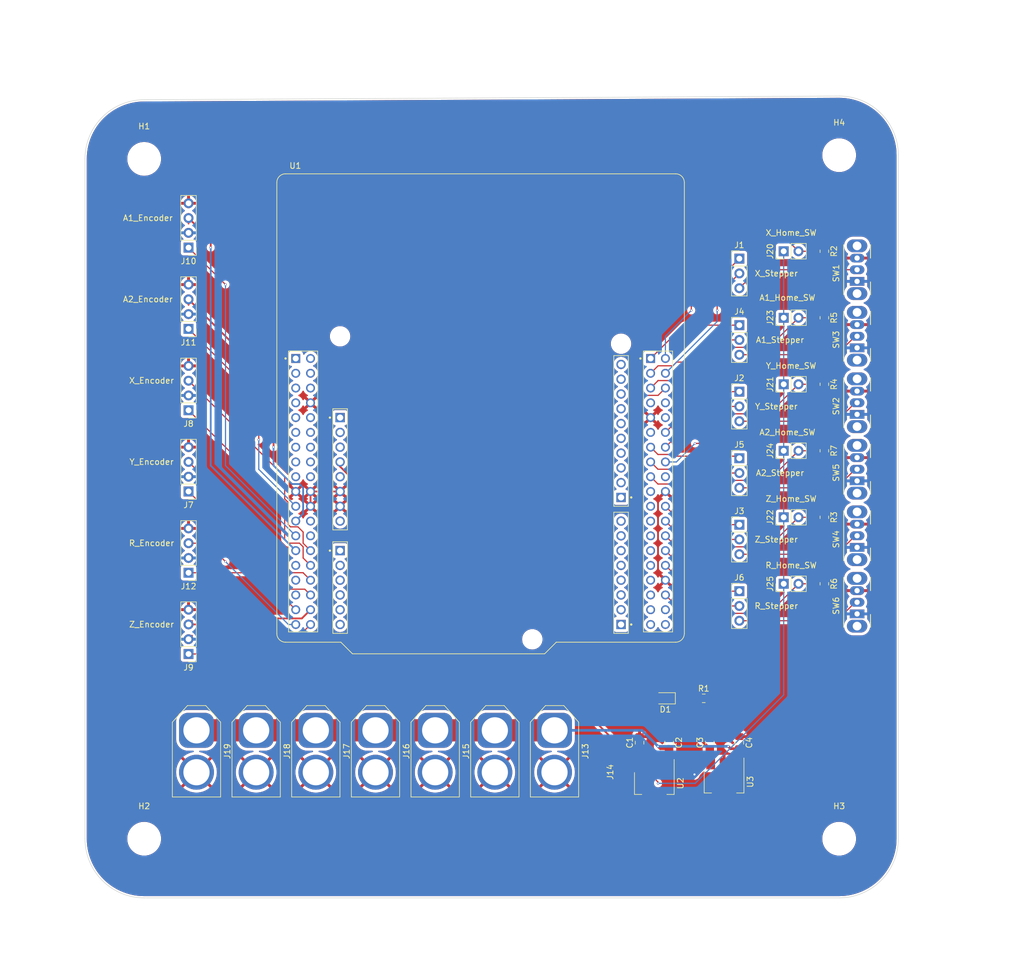
<source format=kicad_pcb>
(kicad_pcb (version 20221018) (generator pcbnew)
  (layers (0 "F.Cu" signal) (31 "B.Cu" signal) (34 "B.Paste" user) (35 "F.Paste" user) (36 "B.SilkS" user "B.Silkscreen") (37 "F.SilkS" user "F.Silkscreen") (38 "B.Mask" user) (39 "F.Mask" user) (44 "Edge.Cuts" user))
  (net 0 "")
  (net 1 "+3.3V")
  (net 2 "GND")
  (net 3 "Net-(J1-Pin_3)")
  (net 4 "Net-(D1-K)")
  (net 5 "/X_Pulse")
  (net 6 "/X_Dir")
  (net 7 "/X_Home")
  (net 8 "/Y_Pulse")
  (net 9 "/Y_Dir")
  (net 10 "Net-(J2-Pin_3)")
  (net 11 "/Z_Pulse")
  (net 12 "/Z_Dir")
  (net 13 "Net-(J3-Pin_3)")
  (net 14 "/A1_Pulse")
  (net 15 "/A1_Dir")
  (net 16 "Net-(J4-Pin_3)")
  (net 17 "/A2_Pulse")
  (net 18 "/A2_Dir")
  (net 19 "Net-(J5-Pin_3)")
  (net 20 "/R_Pulse")
  (net 21 "/R_Dir")
  (net 22 "Net-(J6-Pin_3)")
  (net 23 "+5V")
  (net 24 "/Y_A")
  (net 25 "/Y_B")
  (net 26 "/X_A")
  (net 27 "/X_B")
  (net 28 "/Z_A")
  (net 29 "/Z_B")
  (net 30 "/A2_A")
  (net 31 "/A2_B")
  (net 32 "/A1_A")
  (net 33 "/A1_B")
  (net 34 "/R_A")
  (net 35 "/R_B")
  (net 36 "+24V")
  (net 37 "/Y_Home")
  (net 43 "/E5V")
  (net 55 "/VBAT")
  (net 57 "/AVDD")
  (net 59 "/LED")
  (net 71 "/Z_Home")
  (net 97 "/A1_Home")
  (net 98 "/A2_Home")
  (net 99 "/R_Home")
  (footprint "Button_Switch_THT:SW_CuK_OS102011MA1QN1_SPDT_Angled" (layer "F.Cu") (at 191.04 107.41 90)
    (fp_text reference "SW2")
    (fp_text value "Y_Enable")
  )
  (footprint "Connector_AMASS:AMASS_XT60-F_1x02_P7.20mm_Vertical" (layer "F.Cu") (at 118.565 161.71 -90)
    (fp_text reference "J15")
    (fp_text value "Y _Power")
  )
  (footprint "Connector_AMASS:AMASS_XT60-F_1x02_P7.20mm_Vertical" (layer "F.Cu") (at 108.315 161.71 -90)
    (fp_text reference "J16")
    (fp_text value "Z_Power")
  )
  (footprint "Capacitor_SMD:C_0805_2012Metric_Pad1.18x1.45mm_HandSolder" (layer "F.Cu") (at 170.815 163.83 -90)
    (fp_text reference "C4")
    (fp_text value ".33 uF")
  )
  (footprint "Connector_PinHeader_2.54mm:PinHeader_1x03_P2.54mm_Vertical" (layer "F.Cu") (at 170.815 80.645)
    (fp_text reference "J1")
    (fp_text value "X_Stepper")
  )
  (footprint "Button_Switch_THT:SW_CuK_OS102011MA1QN1_SPDT_Angled" (layer "F.Cu") (at 191.04 118.84 90)
    (fp_text reference "SW5")
    (fp_text value "A2_Enable")
  )
  (footprint "Connector_AMASS:AMASS_XT60-F_1x02_P7.20mm_Vertical" (layer "F.Cu") (at 128.815 161.71 -90)
    (fp_text reference "J14")
    (fp_text value "X_Power")
  )
  (footprint "Package_TO_SOT_SMD:SOT-223" (layer "F.Cu") (at 156.21 170.815 -90)
    (fp_text reference "U2")
    (fp_text value "UA78M33CDCYR")
  )
  (footprint "Capacitor_SMD:C_0805_2012Metric_Pad1.18x1.45mm_HandSolder" (layer "F.Cu") (at 158.75 163.83 -90)
    (fp_text reference "C2")
    (fp_text value ".33 uF")
  )
  (footprint "Connector_PinHeader_2.54mm:PinHeader_1x03_P2.54mm_Vertical" (layer "F.Cu") (at 170.815 103.505)
    (fp_text reference "J2")
    (fp_text value "Y_Stepper")
  )
  (footprint "Resistor_SMD:R_0805_2012Metric_Pad1.20x1.40mm_HandSolder" (layer "F.Cu") (at 185.42 102.235 -90)
    (fp_text reference "R4")
    (fp_text value "10k")
  )
  (footprint "Connector_PinHeader_2.54mm:PinHeader_1x04_P2.54mm_Vertical" (layer "F.Cu") (at 76.2 134.63 180)
    (fp_text reference "J12")
    (fp_text value "R_Encoder")
  )
  (footprint "Connector_AMASS:AMASS_XT60-F_1x02_P7.20mm_Vertical" (layer "F.Cu") (at 87.815 161.71 -90)
    (fp_text reference "J18")
    (fp_text value "A2_Power")
  )
  (footprint "Connector_AMASS:AMASS_XT60-F_1x02_P7.20mm_Vertical" (layer "F.Cu") (at 139.065 161.71 -90)
    (fp_text reference "J13")
    (fp_text value "XT60-in")
  )
  (footprint "Connector_PinHeader_2.54mm:PinHeader_1x03_P2.54mm_Vertical" (layer "F.Cu") (at 170.815 92.075)
    (fp_text reference "J4")
    (fp_text value "A1_Stepper")
  )
  (footprint "Connector_AMASS:AMASS_XT60-F_1x02_P7.20mm_Vertical" (layer "F.Cu") (at 77.565 161.71 -90)
    (fp_text reference "J19")
    (fp_text value "R_Power")
  )
  (footprint "MountingHole:MountingHole_5.3mm_M5_DIN965" (layer "F.Cu") (at 187.96 62.865)
    (fp_text reference "H4")
    (fp_text value "MountingHole")
  )
  (footprint "LED_SMD:LED_0805_2012Metric_Pad1.15x1.40mm_HandSolder" (layer "F.Cu") (at 157.9575 156.21 180)
    (fp_text reference "D1")
    (fp_text value "LED")
  )
  (footprint "Connector_PinHeader_2.54mm:PinHeader_1x02_P2.54mm_Vertical" (layer "F.Cu") (at 178.43 125.095 90)
    (fp_text reference "J22")
    (fp_text value "Z_Home_SW")
  )
  (footprint "Connector_PinHeader_2.54mm:PinHeader_1x04_P2.54mm_Vertical" (layer "F.Cu") (at 76.2 120.66 180)
    (fp_text reference "J7")
    (fp_text value "Y_Encoder")
  )
  (footprint "Button_Switch_THT:SW_CuK_OS102011MA1QN1_SPDT_Angled" (layer "F.Cu") (at 191.04 141.7 90)
    (fp_text reference "SW6")
    (fp_text value "R_Enable")
  )
  (footprint "Connector_PinHeader_2.54mm:PinHeader_1x04_P2.54mm_Vertical" (layer "F.Cu") (at 76.2 106.7 180)
    (fp_text reference "J8")
    (fp_text value "X_Encoder")
  )
  (footprint "Connector_PinHeader_2.54mm:PinHeader_1x04_P2.54mm_Vertical" (layer "F.Cu") (at 76.2 148.59 180)
    (fp_text reference "J9")
    (fp_text value "Z_Encoder")
  )
  (footprint "Package_TO_SOT_SMD:SOT-223" (layer "F.Cu") (at 168.19 170.5625 -90)
    (fp_text reference "U3")
    (fp_text value "UA78M05IDCYR")
  )
  (footprint "Connector_PinHeader_2.54mm:PinHeader_1x03_P2.54mm_Vertical" (layer "F.Cu") (at 170.815 126.365)
    (fp_text reference "J3")
    (fp_text value "Z_Stepper")
  )
  (footprint "Connector_AMASS:AMASS_XT60-F_1x02_P7.20mm_Vertical" (layer "F.Cu") (at 98.065 161.71 -90)
    (fp_text reference "J17")
    (fp_text value "A1_Power")
  )
  (footprint "Capacitor_SMD:C_0805_2012Metric_Pad1.18x1.45mm_HandSolder" (layer "F.Cu") (at 153.67 163.83 90)
    (fp_text reference "C1")
    (fp_text value ".1 uF")
  )
  (footprint "MountingHole:MountingHole_5.3mm_M5_DIN965" (layer "F.Cu") (at 187.96 180.34)
    (fp_text reference "H3")
    (fp_text value "MountingHole")
  )
  (footprint "MODULE_NUCLEO-F446RE:MODULE_NUCLEO-F446RE" (layer "F.Cu") (at 126.365 107.315)
    (fp_text reference "U1")
    (fp_text value "NUCLEO-F446RE")
  )
  (footprint "Connector_PinHeader_2.54mm:PinHeader_1x02_P2.54mm_Vertical" (layer "F.Cu") (at 178.435 102.235 90)
    (fp_text reference "J21")
    (fp_text value "Y_Home_SW")
  )
  (footprint "Button_Switch_THT:SW_CuK_OS102011MA1QN1_SPDT_Angled" (layer "F.Cu") (at 191.04 95.98 90)
    (fp_text reference "SW3")
    (fp_text value "A1_Enable")
  )
  (footprint "Resistor_SMD:R_0805_2012Metric_Pad1.20x1.40mm_HandSolder" (layer "F.Cu") (at 185.42 113.665 -90)
    (fp_text reference "R7")
    (fp_text value "10k")
  )
  (footprint "Connector_PinHeader_2.54mm:PinHeader_1x02_P2.54mm_Vertical" (layer "F.Cu") (at 178.435 90.805 90)
    (fp_text reference "J23")
    (fp_text value "A1_Home_SW")
  )
  (footprint "Connector_PinHeader_2.54mm:PinHeader_1x02_P2.54mm_Vertical" (layer "F.Cu") (at 178.435 136.525 90)
    (fp_text reference "J25")
    (fp_text value "R_Home_SW")
  )
  (footprint "Button_Switch_THT:SW_CuK_OS102011MA1QN1_SPDT_Angled" (layer "F.Cu") (at 191.04 84.55 90)
    (fp_text reference "SW1")
    (fp_text value "X_Enable")
  )
  (footprint "Resistor_SMD:R_0805_2012Metric_Pad1.20x1.40mm_HandSolder" (layer "F.Cu") (at 185.42 90.805 -90)
    (fp_text reference "R5")
    (fp_text value "10k")
  )
  (footprint "Connector_PinHeader_2.54mm:PinHeader_1x03_P2.54mm_Vertical" (layer "F.Cu") (at 170.815 114.95)
    (fp_text reference "J5")
    (fp_text value "A2_Stepper")
  )
  (footprint "Connector_PinHeader_2.54mm:PinHeader_1x03_P2.54mm_Vertical" (layer "F.Cu") (at 170.815 137.795)
    (fp_text reference "J6")
    (fp_text value "R_Stepper")
  )
  (footprint "Resistor_SMD:R_0805_2012Metric_Pad1.20x1.40mm_HandSolder" (layer "F.Cu") (at 185.42 125.095 -90)
    (fp_text reference "R3")
    (fp_text value "10k")
  )
  (footprint "MountingHole:MountingHole_5.3mm_M5_DIN965" (layer "F.Cu") (at 68.58 63.5)
    (fp_text reference "H1")
    (fp_text value "MountingHole")
  )
  (footprint "Connector_PinHeader_2.54mm:PinHeader_1x04_P2.54mm_Vertical" (layer "F.Cu") (at 76.2 92.72 180)
    (fp_text reference "J11")
    (fp_text value "A2_Encoder")
  )
  (footprint "Capacitor_SMD:C_0805_2012Metric_Pad1.18x1.45mm_HandSolder" (layer "F.Cu") (at 165.735 163.83 90)
    (fp_text reference "C3")
    (fp_text value ".1 uF")
  )
  (footprint "Capacitor_SMD:C_0805_2012Metric_Pad1.18x1.45mm_HandSolder" (layer "F.Cu") (at 164.6975 156.21)
    (fp_text reference "R1")
    (fp_text value "290")
  )
  (footprint "Resistor_SMD:R_0805_2012Metric_Pad1.20x1.40mm_HandSolder" (layer "F.Cu") (at 185.42 79.375 -90)
    (fp_text reference "R2")
    (fp_text value "10k")
  )
  (footprint "Button_Switch_THT:SW_CuK_OS102011MA1QN1_SPDT_Angled" (layer "F.Cu") (at 191.04 130.27 90)
    (fp_text reference "SW4")
    (fp_text value "Z_Enable")
  )
  (footprint "Connector_PinHeader_2.54mm:PinHeader_1x04_P2.54mm_Vertical" (layer "F.Cu") (at 76.2 78.75 180)
    (fp_text reference "J10")
    (fp_text value "A1_Encoder")
  )
  (footprint "Connector_PinHeader_2.54mm:PinHeader_1x02_P2.54mm_Vertical" (layer "F.Cu") (at 178.43 79.375 90)
    (fp_text reference "J20")
    (fp_text value "X_Home_SW")
  )
  (footprint "Resistor_SMD:R_0805_2012Metric_Pad1.20x1.40mm_HandSolder" (layer "F.Cu") (at 185.42 136.525 -90)
    (fp_text reference "R6")
    (fp_text value "10k")
  )
  (footprint "MountingHole:MountingHole_5.3mm_M5_DIN965" (layer "F.Cu") (at 68.58 180.34)
    (fp_text reference "H2")
    (fp_text value "MountingHole")
  )
  (footprint "Connector_PinHeader_2.54mm:PinHeader_1x02_P2.54mm_Vertical" (layer "F.Cu") (at 178.43 113.665 90)
    (fp_text reference "J24")
    (fp_text value "A2_Home_SW")
  )
  (gr_line (start 198.12 62.865) (end 198.12 180.34) (stroke (width 0.1)) (layer "Edge.Cuts"))
  (gr_line (start 58.42 180.34) (end 58.42 63.5) (stroke (width 0.1)) (layer "Edge.Cuts"))
  (gr_arc (start 187.96 52.705) (mid 195.144205 55.680795) (end 198.12 62.865) (stroke (width 0.1)) (layer "Edge.Cuts"))
  (gr_line (start 68.58 53.34) (end 187.96 52.705) (stroke (width 0.1)) (layer "Edge.Cuts"))
  (gr_line (start 187.96 190.5) (end 68.58 190.5) (stroke (width 0.1)) (layer "Edge.Cuts"))
  (gr_arc (start 198.12 180.34) (mid 195.144205 187.524205) (end 187.96 190.5) (stroke (width 0.1)) (layer "Edge.Cuts"))
  (gr_arc (start 68.58 190.5) (mid 61.395795 187.524205) (end 58.42 180.34) (stroke (width 0.1)) (layer "Edge.Cuts"))
  (gr_arc (start 58.42 63.5) (mid 61.395795 56.315795) (end 68.58 53.34) (stroke (width 0.1)) (layer "Edge.Cuts"))
  (segment (start 156.845 170.6) (end 153.91 167.665) (width 0.2032) (layer "F.Cu") (net 1))
  (segment (start 102.235 116.3875) (end 150.715 164.8675) (width 0.3048) (layer "F.Cu") (net 1))
  (segment (start 102.235 115.585) (end 102.235 116.3875) (width 0.3048) (layer "F.Cu") (net 1))
  (segment (start 153.91 165.1075) (end 153.67 164.8675) (width 0.4572) (layer "F.Cu") (net 1))
  (segment (start 150.715 164.8675) (end 153.67 164.8675) (width 0.3048) (layer "F.Cu") (net 1))
  (segment (start 156.845 170.815) (end 156.845 170.6) (width 0.2032) (layer "F.Cu") (net 1))
  (segment (start 153.91 167.665) (end 153.91 165.1075) (width 0.4572) (layer "F.Cu") (net 1))
  (via (at 156.845 170.815) (size 0.4) (drill 0.25) (layers "F.Cu" "B.Cu") (net 1))
  (segment (start 178.435 125.1) (end 178.43 125.095) (width 0.2032) (layer "B.Cu") (net 1))
  (segment (start 178.435 136.525) (end 178.435 155.619672) (width 0.2032) (layer "B.Cu") (net 1))
  (segment (start 163.239672 170.815) (end 156.845 170.815) (width 0.2032) (layer "B.Cu") (net 1))
  (segment (start 178.435 102.235) (end 178.435 113.66) (width 0.2032) (layer "B.Cu") (net 1))
  (segment (start 178.43 90.8) (end 178.435 90.805) (width 0.2032) (layer "B.Cu") (net 1))
  (segment (start 178.435 90.805) (end 178.435 102.235) (width 0.2032) (layer "B.Cu") (net 1))
  (segment (start 178.435 155.619672) (end 163.239672 170.815) (width 0.2032) (layer "B.Cu") (net 1))
  (segment (start 178.435 113.66) (end 178.43 113.665) (width 0.2032) (layer "B.Cu") (net 1))
  (segment (start 178.435 136.525) (end 178.435 125.1) (width 0.2032) (layer "B.Cu") (net 1))
  (segment (start 178.43 79.375) (end 178.43 90.8) (width 0.2032) (layer "B.Cu") (net 1))
  (segment (start 178.43 113.665) (end 178.43 125.095) (width 0.2032) (layer "B.Cu") (net 1))
  (segment (start 97.155 120.665) (end 97.155 123.205) (width 0.3048) (layer "F.Cu") (net 2))
  (segment (start 156.845 121.92) (end 156.86 121.92) (width 0.3048) (layer "F.Cu") (net 2))
  (segment (start 97.155 123.205) (end 94.615 120.665) (width 0.3048) (layer "F.Cu") (net 2))
  (segment (start 158.115 135.905) (end 156.845 134.635) (width 0.3048) (layer "F.Cu") (net 2))
  (segment (start 156.86 121.92) (end 158.115 120.665) (width 0.3048) (layer "F.Cu") (net 2))
  (segment (start 97.155 120.665) (end 102.235 120.665) (width 0.3048) (layer "F.Cu") (net 2))
  (segment (start 156.845 134.635) (end 156.845 121.92) (width 0.3048) (layer "F.Cu") (net 2))
  (segment (start 173.99 82.55) (end 191.04 82.55) (width 0.2032) (layer "F.Cu") (net 3))
  (segment (start 170.815 85.725) (end 173.99 82.55) (width 0.2032) (layer "F.Cu") (net 3))
  (segment (start 158.9825 156.21) (end 163.66 156.21) (width 0.4572) (layer "F.Cu") (net 4))
  (segment (start 162.56 88.9) (end 162.56 89.535) (width 0.2032) (layer "F.Cu") (net 5))
  (segment (start 170.815 80.645) (end 162.56 88.9) (width 0.2032) (layer "F.Cu") (net 5))
  (via (at 162.56 89.535) (size 0.4) (drill 0.25) (layers "F.Cu" "B.Cu") (net 5))
  (segment (start 162.56 89.535) (end 158.115 93.98) (width 0.2032) (layer "B.Cu") (net 5))
  (segment (start 158.115 93.98) (end 158.115 97.805) (width 0.2032) (layer "B.Cu") (net 5))
  (segment (start 167.005 86.995) (end 167.005 89.535) (width 0.2032) (layer "F.Cu") (net 6))
  (segment (start 170.815 83.185) (end 167.005 86.995) (width 0.2032) (layer "F.Cu") (net 6))
  (via (at 167.005 89.535) (size 0.4) (drill 0.25) (layers "F.Cu" "B.Cu") (net 6))
  (segment (start 167.005 89.535) (end 167.005 91.455) (width 0.2032) (layer "B.Cu") (net 6))
  (segment (start 167.005 91.455) (end 158.115 100.345) (width 0.2032) (layer "B.Cu") (net 6))
  (segment (start 184.42 79.375) (end 185.42 78.375) (width 0.2032) (layer "F.Cu") (net 7))
  (segment (start 154.305 104.14) (end 156.86 104.14) (width 0.2032) (layer "F.Cu") (net 7))
  (segment (start 177.16 75.565) (end 172.72 75.565) (width 0.2032) (layer "F.Cu") (net 7))
  (segment (start 153.67 94.615) (end 153.67 103.505) (width 0.2032) (layer "F.Cu") (net 7))
  (segment (start 172.72 75.565) (end 153.67 94.615) (width 0.2032) (layer "F.Cu") (net 7))
  (segment (start 180.97 79.375) (end 184.42 79.375) (width 0.2032) (layer "F.Cu") (net 7))
  (segment (start 156.86 104.14) (end 158.115 102.885) (width 0.2032) (layer "F.Cu") (net 7))
  (segment (start 153.67 103.505) (end 154.305 104.14) (width 0.2032) (layer "F.Cu") (net 7))
  (segment (start 180.97 79.375) (end 177.16 75.565) (width 0.2032) (layer "F.Cu") (net 7))
  (segment (start 170.815 103.505) (end 165.115 103.505) (width 0.2032) (layer "F.Cu") (net 8))
  (segment (start 165.115 103.505) (end 158.115 110.505) (width 0.2032) (layer "F.Cu") (net 8))
  (segment (start 165.115 106.045) (end 158.115 113.045) (width 0.2032) (layer "F.Cu") (net 9))
  (segment (start 170.815 106.045) (end 165.115 106.045) (width 0.2032) (layer "F.Cu") (net 9))
  (segment (start 170.815 108.585) (end 187.54171 108.585) (width 0.2032) (layer "F.Cu") (net 10))
  (segment (start 190.71671 105.41) (end 191.04 105.41) (width 0.2032) (layer "F.Cu") (net 10))
  (segment (start 187.54171 108.585) (end 190.71671 105.41) (width 0.2032) (layer "F.Cu") (net 10))
  (segment (start 170.815 126.365) (end 161.275 126.365) (width 0.2032) (layer "F.Cu") (net 11))
  (segment (start 161.275 126.365) (end 158.115 123.205) (width 0.2032) (layer "F.Cu") (net 11))
  (segment (start 161.275 128.905) (end 158.115 125.745) (width 0.2032) (layer "F.Cu") (net 12))
  (segment (start 170.815 128.905) (end 161.275 128.905) (width 0.2032) (layer "F.Cu") (net 12))
  (segment (start 190.71671 128.27) (end 191.04 128.27) (width 0.2032) (layer "F.Cu") (net 13))
  (segment (start 187.54171 131.445) (end 190.71671 128.27) (width 0.2032) (layer "F.Cu") (net 13))
  (segment (start 170.815 131.445) (end 187.54171 131.445) (width 0.2032) (layer "F.Cu") (net 13))
  (segment (start 170.815 92.075) (end 161.305 92.075) (width 0.2032) (layer "F.Cu") (net 14))
  (segment (start 161.305 92.075) (end 155.575 97.805) (width 0.2032) (layer "F.Cu") (net 14))
  (segment (start 160.02 98.425) (end 159.385 99.06) (width 0.2032) (layer "F.Cu") (net 15))
  (segment (start 156.86 99.06) (end 155.575 100.345) (width 0.2032) (layer "F.Cu") (net 15))
  (segment (start 161.29 98.425) (end 160.02 98.425) (width 0.2032) (layer "F.Cu") (net 15))
  (segment (start 165.1 94.615) (end 161.29 98.425) (width 0.2032) (layer "F.Cu") (net 15))
  (segment (start 159.385 99.06) (end 156.86 99.06) (width 0.2032) (layer "F.Cu") (net 15))
  (segment (start 170.815 94.615) (end 165.1 94.615) (width 0.2032) (layer "F.Cu") (net 15))
  (segment (start 190.71671 93.98) (end 191.04 93.98) (width 0.2032) (layer "F.Cu") (net 16))
  (segment (start 187.54171 97.155) (end 190.71671 93.98) (width 0.2032) (layer "F.Cu") (net 16))
  (segment (start 170.815 97.155) (end 187.54171 97.155) (width 0.2032) (layer "F.Cu") (net 16))
  (segment (start 159.6764 114.5914) (end 159.385 114.3) (width 0.2032) (layer "F.Cu") (net 17))
  (segment (start 170.815 114.95) (end 170.4564 114.5914) (width 0.2032) (layer "F.Cu") (net 17))
  (segment (start 170.4564 114.5914) (end 159.6764 114.5914) (width 0.2032) (layer "F.Cu") (net 17))
  (segment (start 159.385 114.3) (end 156.83 114.3) (width 0.2032) (layer "F.Cu") (net 17))
  (segment (start 156.83 114.3) (end 155.575 113.045) (width 0.2032) (layer "F.Cu") (net 17))
  (segment (start 160.035 117.49) (end 159.385 116.84) (width 0.2032) (layer "F.Cu") (net 18))
  (segment (start 170.815 117.49) (end 160.035 117.49) (width 0.2032) (layer "F.Cu") (net 18))
  (segment (start 156.83 116.84) (end 155.575 115.585) (width 0.2032) (layer "F.Cu") (net 18))
  (segment (start 159.385 116.84) (end 156.83 116.84) (width 0.2032) (layer "F.Cu") (net 18))
  (segment (start 187.52671 120.03) (end 190.71671 116.84) (width 0.2032) (layer "F.Cu") (net 19))
  (segment (start 170.815 120.03) (end 187.52671 120.03) (width 0.2032) (layer "F.Cu") (net 19))
  (segment (start 190.71671 116.84) (end 191.04 116.84) (width 0.2032) (layer "F.Cu") (net 19))
  (segment (start 165.085 137.795) (end 158.115 130.825) (width 0.2032) (layer "F.Cu") (net 20))
  (segment (start 170.815 137.795) (end 165.085 137.795) (width 0.2032) (layer "F.Cu") (net 20))
  (segment (start 165.085 140.335) (end 158.115 133.365) (width 0.2032) (layer "F.Cu") (net 21))
  (segment (start 170.815 140.335) (end 165.085 140.335) (width 0.2032) (layer "F.Cu") (net 21))
  (segment (start 190.71671 139.7) (end 191.04 139.7) (width 0.2032) (layer "F.Cu") (net 22))
  (segment (start 170.815 142.875) (end 187.54171 142.875) (width 0.2032) (layer "F.Cu") (net 22))
  (segment (start 187.54171 142.875) (end 190.71671 139.7) (width 0.2032) (layer "F.Cu") (net 22))
  (segment (start 164.99 167.4125) (end 163.11 169.2925) (width 0.4572) (layer "F.Cu") (net 23))
  (segment (start 165.89 167.4125) (end 164.99 167.4125) (width 0.4572) (layer "F.Cu") (net 23))
  (segment (start 165.89 167.4125) (end 165.89 165.0225) (width 0.4572) (layer "F.Cu") (net 23))
  (segment (start 165.89 165.0225) (end 165.735 164.8675) (width 0.4572) (layer "F.Cu") (net 23))
  (segment (start 76.2 146.05) (end 76.798568 145.451432) (width 0.3048) (layer "F.Cu") (net 23))
  (segment (start 157.0775 156.21) (end 156.9325 156.21) (width 0.4572) (layer "F.Cu") (net 23))
  (segment (start 165.735 164.8675) (end 157.0775 156.21) (width 0.4572) (layer "F.Cu") (net 23))
  (via (at 163.11 169.2925) (size 0.8) (drill 0.35) (layers "F.Cu" "B.Cu") (net 23))
  (segment (start 93.345 132.725) (end 93.345 133.985) (width 0.2032) (layer "F.Cu") (net 24))
  (segment (start 95.885 134.635) (end 97.155 135.905) (width 0.2032) (layer "F.Cu") (net 24))
  (segment (start 93.98 134.62) (end 95.885 134.62) (width 0.2032) (layer "F.Cu") (net 24))
  (segment (start 95.885 134.62) (end 95.885 134.635) (width 0.2032) (layer "F.Cu") (net 24))
  (segment (start 93.345 133.985) (end 93.98 134.62) (width 0.2032) (layer "F.Cu") (net 24))
  (segment (start 76.2 115.58) (end 93.345 132.725) (width 0.2032) (layer "F.Cu") (net 24))
  (segment (start 96.1614 137.4514) (end 97.155 138.445) (width 0.2032) (layer "F.Cu") (net 25))
  (segment (start 92.9914 137.4514) (end 96.1614 137.4514) (width 0.2032) (layer "F.Cu") (net 25))
  (segment (start 76.2 120.66) (end 92.9914 137.4514) (width 0.2032) (layer "F.Cu") (net 25))
  (segment (start 94.9886 126.7386) (end 93.7186 126.7386) (width 0.2032) (layer "F.Cu") (net 26))
  (segment (start 92.71 121.92) (end 92.71 118.13) (width 0.2032) (layer "F.Cu") (net 26))
  (segment (start 95.885 129.555) (end 95.885 127.635) (width 0.2032) (layer "F.Cu") (net 26))
  (segment (start 93.345 122.555) (end 92.71 121.92) (width 0.2032) (layer "F.Cu") (net 26))
  (segment (start 93.345 126.365) (end 93.345 122.555) (width 0.2032) (layer "F.Cu") (net 26))
  (segment (start 92.71 118.13) (end 76.2 101.62) (width 0.2032) (layer "F.Cu") (net 26))
  (segment (start 95.885 127.635) (end 94.9886 126.7386) (width 0.2032) (layer "F.Cu") (net 26))
  (segment (start 93.7186 126.7386) (end 93.345 126.365) (width 0.2032) (layer "F.Cu") (net 26))
  (segment (start 97.155 130.825) (end 95.885 129.555) (width 0.2032) (layer "F.Cu") (net 26))
  (segment (start 93.345 129.54) (end 95.25 129.54) (width 0.2032) (layer "F.Cu") (net 27))
  (segment (start 95.885 130.175) (end 95.885 132.095) (width 0.2032) (layer "F.Cu") (net 27))
  (segment (start 95.885 132.095) (end 97.155 133.365) (width 0.2032) (layer "F.Cu") (net 27))
  (segment (start 76.2 106.7) (end 92.71 123.21) (width 0.2032) (layer "F.Cu") (net 27))
  (segment (start 95.25 129.54) (end 95.885 130.175) (width 0.2032) (layer "F.Cu") (net 27))
  (segment (start 92.71 128.905) (end 93.345 129.54) (width 0.2032) (layer "F.Cu") (net 27))
  (segment (start 92.71 123.21) (end 92.71 128.905) (width 0.2032) (layer "F.Cu") (net 27))
  (segment (start 95.6594 142.4806) (end 97.155 140.985) (width 0.3048) (layer "F.Cu") (net 28))
  (segment (start 91.1994 142.4806) (end 95.6594 142.4806) (width 0.3048) (layer "F.Cu") (net 28))
  (segment (start 90.17 143.51) (end 91.1994 142.4806) (width 0.3048) (layer "F.Cu") (net 28))
  (segment (start 76.2 143.51) (end 90.17 143.51) (width 0.3048) (layer "F.Cu") (net 28))
  (segment (start 76.2 143.51) (end 76.798568 142.911432) (width 0.3048) (layer "F.Cu") (net 28))
  (segment (start 92.09 148.59) (end 97.155 143.525) (width 0.2032) (layer "F.Cu") (net 29))
  (segment (start 76.2 148.59) (end 92.09 148.59) (width 0.2032) (layer "F.Cu") (net 29))
  (segment (start 90.805 102.245) (end 90.805 113.03) (width 0.3048) (layer "F.Cu") (net 30))
  (segment (start 76.2 87.64) (end 90.805 102.245) (width 0.3048) (layer "F.Cu") (net 30))
  (segment (start 76.2 87.64) (end 76.2 88.584434) (width 0.3048) (layer "F.Cu") (net 30))
  (via (at 90.805 113.03) (size 0.4) (drill 0.25) (layers "F.Cu" "B.Cu") (net 30))
  (segment (start 95.885 124.475) (end 94.615 125.745) (width 0.3048) (layer "B.Cu") (net 30))
  (segment (start 95.885 120.015) (end 95.885 124.475) (width 0.3048) (layer "B.Cu") (net 30))
  (segment (start 95.25 119.38) (end 95.885 120.015) (width 0.3048) (layer "B.Cu") (net 30))
  (segment (start 90.805 113.03) (end 90.805 116.205) (width 0.3048) (layer "B.Cu") (net 30))
  (segment (start 93.98 119.38) (end 95.25 119.38) (width 0.3048) (layer "B.Cu") (net 30))
  (segment (start 90.805 116.205) (end 93.98 119.38) (width 0.3048) (layer "B.Cu") (net 30))
  (segment (start 88.265 104.785) (end 88.265 111.76) (width 0.2032) (layer "F.Cu") (net 31))
  (segment (start 76.2 92.72) (end 88.265 104.785) (width 0.2032) (layer "F.Cu") (net 31))
  (via (at 88.265 111.76) (size 0.4) (drill 0.25) (layers "F.Cu" "B.Cu") (net 31))
  (segment (start 88.265 116.855) (end 94.615 123.205) (width 0.2032) (layer "B.Cu") (net 31))
  (segment (start 88.265 111.76) (end 88.265 116.855) (width 0.2032) (layer "B.Cu") (net 31))
  (segment (start 76.2 73.67) (end 80.01 77.48) (width 0.3048) (layer "F.Cu") (net 32))
  (segment (start 80.01 77.48) (end 80.01 78.74) (width 0.3048) (layer "F.Cu") (net 32))
  (segment (start 76.2 73.67) (end 76.2 74.614434) (width 0.3048) (layer "F.Cu") (net 32))
  (via (at 80.01 78.74) (size 0.4) (drill 0.25) (layers "F.Cu" "B.Cu") (net 32))
  (segment (start 80.01 78.74) (end 80.01 116.22) (width 0.3048) (layer "B.Cu") (net 32))
  (segment (start 80.01 116.22) (end 94.615 130.825) (width 0.3048) (layer "B.Cu") (net 32))
  (segment (start 82.54 85.09) (end 82.55 85.09) (width 0.2032) (layer "F.Cu") (net 33))
  (segment (start 76.2 78.75) (end 82.54 85.09) (width 0.2032) (layer "F.Cu") (net 33))
  (via (at 82.55 85.09) (size 0.4) (drill 0.25) (layers "F.Cu" "B.Cu") (net 33))
  (segment (start 82.55 116.22) (end 94.615 128.285) (width 0.2032) (layer "B.Cu") (net 33))
  (segment (start 82.55 85.09) (end 82.55 116.22) (width 0.2032) (layer "B.Cu") (net 33))
  (segment (start 79.385 129.55) (end 82.55 132.715) (width 0.2032) (layer "F.Cu") (net 34))
  (segment (start 76.2 129.55) (end 79.385 129.55) (width 0.2032) (layer "F.Cu") (net 34))
  (via (at 82.55 132.715) (size 0.4) (drill 0.25) (layers "F.Cu" "B.Cu") (net 34))
  (segment (start 82.55 132.715) (end 93.36 143.525) (width 0.2032) (layer "B.Cu") (net 34))
  (segment (start 93.36 143.525) (end 94.615 143.525) (width 0.2032) (layer "B.Cu") (net 34))
  (segment (start 76.2 134.63) (end 88.26 134.63) (width 0.2032) (layer "F.Cu") (net 35))
  (segment (start 88.26 134.63) (end 94.615 140.985) (width 0.2032) (layer "F.Cu") (net 35))
  (segment (start 87.815 161.71) (end 98.065 161.71) (width 3.81) (layer "F.Cu") (net 36))
  (segment (start 157.2475 164.8675) (end 156.845 164.465) (width 0.4572) (layer "F.Cu") (net 36))
  (segment (start 169.3125 164.8675) (end 168.91 164.465) (width 0.4572) (layer "F.Cu") (net 36))
  (segment (start 158.581314 164.8675) (end 158.75 164.8675) (width 1.27) (layer "F.Cu") (net 36))
  (segment (start 158.75 164.8675) (end 157.2475 164.8675) (width 0.4572) (layer "F.Cu") (net 36))
  (segment (start 77.565 161.71) (end 87.815 161.71) (width 3.81) (layer "F.Cu") (net 36))
  (segment (start 128.815 161.71) (end 139.065 161.71) (width 3.81) (layer "F.Cu") (net 36))
  (segment (start 170.49 167.4125) (end 170.49 165.1925) (width 0.4572) (layer "F.Cu") (net 36))
  (segment (start 158.51 165.1075) (end 158.75 164.8675) (width 0.4572) (layer "F.Cu") (net 36))
  (segment (start 118.565 161.71) (end 128.815 161.71) (width 3.81) (layer "F.Cu") (net 36))
  (segment (start 98.065 161.71) (end 108.315 161.71) (width 3.81) (layer "F.Cu") (net 36))
  (segment (start 158.51 167.665) (end 158.51 165.1075) (width 0.4572) (layer "F.Cu") (net 36))
  (segment (start 170.815 164.8675) (end 169.3125 164.8675) (width 0.4572) (layer "F.Cu") (net 36))
  (segment (start 170.49 165.1925) (end 170.815 164.8675) (width 0.4572) (layer "F.Cu") (net 36))
  (segment (start 108.315 161.71) (end 118.565 161.71) (width 3.81) (layer "F.Cu") (net 36))
  (via (at 156.845 164.465) (size 0.4) (drill 0.25) (layers "F.Cu" "B.Cu") (net 36))
  (via (at 168.91 164.465) (size 0.4) (drill 0.25) (layers "F.Cu" "B.Cu") (net 36))
  (segment (start 168.91 164.465) (end 156.845 164.465) (width 0.4572) (layer "B.Cu") (net 36))
  (segment (start 154.09 161.71) (end 139.065 161.71) (width 0.4572) (layer "B.Cu") (net 36))
  (segment (start 156.845 164.465) (end 154.09 161.71) (width 0.4572) (layer "B.Cu") (net 36))
  (segment (start 180.975 102.235) (end 184.42 102.235) (width 0.2032) (layer "F.Cu") (net 37))
  (segment (start 184.42 102.235) (end 185.42 101.235) (width 0.2032) (layer "F.Cu") (net 37))
  (segment (start 163.83 112.395) (end 163.195 112.395) (width 0.2032) (layer "F.Cu") (net 37))
  (segment (start 175.895 107.315) (end 168.91 107.315) (width 0.2032) (layer "F.Cu") (net 37))
  (segment (start 180.975 102.235) (end 175.895 107.315) (width 0.2032) (layer "F.Cu") (net 37))
  (segment (start 168.91 107.315) (end 163.83 112.395) (width 0.2032) (layer "F.Cu") (net 37))
  (via (at 163.195 112.395) (size 0.4) (drill 0.25) (layers "F.Cu" "B.Cu") (net 37))
  (segment (start 160.005 115.585) (end 158.115 115.585) (width 0.2032) (layer "B.Cu") (net 37))
  (segment (start 163.195 112.395) (end 160.005 115.585) (width 0.2032) (layer "B.Cu") (net 37))
  (segment (start 180.97 125.095) (end 175.89 130.175) (width 0.2032) (layer "F.Cu") (net 71))
  (segment (start 180.97 125.095) (end 184.42 125.095) (width 0.2032) (layer "F.Cu") (net 71))
  (segment (start 160.005 130.175) (end 158.115 128.285) (width 0.2032) (layer "F.Cu") (net 71))
  (segment (start 175.89 130.175) (end 160.005 130.175) (width 0.2032) (layer "F.Cu") (net 71))
  (segment (start 184.42 125.095) (end 185.42 124.095) (width 0.2032) (layer "F.Cu") (net 71))
  (segment (start 184.42 90.805) (end 185.42 89.805) (width 0.2032) (layer "F.Cu") (net 97))
  (segment (start 156.845 101.615) (end 155.575 102.885) (width 0.2032) (layer "F.Cu") (net 97))
  (segment (start 156.845 101.6) (end 156.845 101.615) (width 0.2032) (layer "F.Cu") (net 97))
  (segment (start 159.385 101.6) (end 156.86 101.6) (width 0.2032) (layer "F.Cu") (net 97))
  (segment (start 175.895 95.885) (end 165.1 95.885) (width 0.2032) (layer "F.Cu") (net 97))
  (segment (start 180.975 90.805) (end 184.42 90.805) (width 0.2032) (layer "F.Cu") (net 97))
  (segment (start 156.86 101.6) (end 156.845 101.615) (width 0.2032) (layer "F.Cu") (net 97))
  (segment (start 180.975 90.805) (end 175.895 95.885) (width 0.2032) (layer "F.Cu") (net 97))
  (segment (start 165.1 95.885) (end 159.385 101.6) (width 0.2032) (layer "F.Cu") (net 97))
  (segment (start 176.071056 118.563944) (end 173.536056 118.563944) (width 0.2032) (layer "F.Cu") (net 98))
  (segment (start 173.355 118.745) (end 167.64 118.745) (width 0.2032) (layer "F.Cu") (net 98))
  (segment (start 159.6464 119.1186) (end 159.385 119.38) (width 0.2032) (layer "F.Cu") (net 98))
  (segment (start 173.536056 118.563944) (end 173.355 118.745) (width 0.2032) (layer "F.Cu") (net 98))
  (segment (start 184.42 113.665) (end 185.42 112.665) (width 0.2032) (layer "F.Cu") (net 98))
  (segment (start 167.64 118.745) (end 167.2664 119.1186) (width 0.2032) (layer "F.Cu") (net 98))
  (segment (start 180.97 113.665) (end 184.42 113.665) (width 0.2032) (layer "F.Cu") (net 98))
  (segment (start 180.97 113.665) (end 176.071056 118.563944) (width 0.2032) (layer "F.Cu") (net 98))
  (segment (start 167.2664 119.1186) (end 159.6464 119.1186) (width 0.2032) (layer "F.Cu") (net 98))
  (segment (start 156.83 119.38) (end 155.575 118.125) (width 0.2032) (layer "F.Cu") (net 98))
  (segment (start 159.385 119.38) (end 156.83 119.38) (width 0.2032) (layer "F.Cu") (net 98))
  (segment (start 184.42 136.525) (end 185.42 135.525) (width 0.2032) (layer "F.Cu") (net 99))
  (segment (start 180.975 136.525) (end 175.895 141.605) (width 0.2032) (layer "F.Cu") (net 99))
  (segment (start 180.975 136.525) (end 184.42 136.525) (width 0.2032) (layer "F.Cu") (net 99))
  (segment (start 175.895 141.605) (end 161.275 141.605) (width 0.2032) (layer "F.Cu") (net 99))
  (segment (start 161.275 141.605) (end 158.115 138.445) (width 0.2032) (layer "F.Cu") (net 99))
  (zone (net 2) (net_name "GND") (layer "F.Cu") (connect_pads (clearance 0.5)) (min_thickness 0.25) (fill yes (thermal_gap 0.5) (thermal_bridge_width 0.5))
    (polygon (pts (xy 46.355 44.45) (xy 209.55 45.72) (xy 207.645 204.47) (xy 47.625 198.12)))
  )
  (zone (net 23) (net_name "+5V") (layer "B.Cu") (priority 1) (connect_pads (clearance 0.5)) (min_thickness 0.25) (fill yes (thermal_gap 0.5) (thermal_bridge_width 0.5))
    (polygon (pts (xy 215.265 42.545) (xy 219.71 200.025) (xy 44.45 193.675) (xy 43.815 36.195)))
  )
)
</source>
